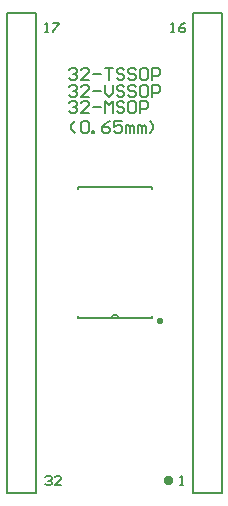
<source format=gto>
G04*
G04 #@! TF.GenerationSoftware,Altium Limited,Altium Designer,24.9.1 (31)*
G04*
G04 Layer_Color=65535*
%FSLAX44Y44*%
%MOMM*%
G71*
G04*
G04 #@! TF.SameCoordinates,21AEE92C-E314-49C0-A966-B7B5AD7E222B*
G04*
G04*
G04 #@! TF.FilePolarity,Positive*
G04*
G01*
G75*
%ADD10C,0.1524*%
%ADD11C,0.2000*%
%ADD12C,0.1500*%
%ADD13C,0.3000*%
%ADD14C,0.5000*%
D10*
X1691513Y404114D02*
G03*
X1685417Y404114I-3048J0D01*
G01*
X1657477D02*
Y405892D01*
X1719453Y513588D02*
Y515366D01*
X1657477D02*
X1719453D01*
X1657477Y513588D02*
Y515366D01*
Y404114D02*
X1685417D01*
X1691513D01*
X1719453D01*
Y405892D01*
D11*
X1596645Y256540D02*
X1621535D01*
X1596645Y662940D02*
X1621535D01*
X1596645Y256540D02*
Y662940D01*
X1621535Y256540D02*
Y662940D01*
X1754125D02*
X1779015D01*
X1754125Y256540D02*
X1779015D01*
Y662940D01*
X1754125Y256540D02*
Y662940D01*
X1649730Y614121D02*
X1651396Y615787D01*
X1654728D01*
X1656395Y614121D01*
Y612454D01*
X1654728Y610788D01*
X1653062D01*
X1654728D01*
X1656395Y609122D01*
Y607456D01*
X1654728Y605790D01*
X1651396D01*
X1649730Y607456D01*
X1666391Y605790D02*
X1659727D01*
X1666391Y612454D01*
Y614121D01*
X1664725Y615787D01*
X1661393D01*
X1659727Y614121D01*
X1669724Y610788D02*
X1676388D01*
X1679720Y615787D02*
X1686385D01*
X1683053D01*
Y605790D01*
X1696382Y614121D02*
X1694716Y615787D01*
X1691383D01*
X1689717Y614121D01*
Y612454D01*
X1691383Y610788D01*
X1694716D01*
X1696382Y609122D01*
Y607456D01*
X1694716Y605790D01*
X1691383D01*
X1689717Y607456D01*
X1706378Y614121D02*
X1704712Y615787D01*
X1701380D01*
X1699714Y614121D01*
Y612454D01*
X1701380Y610788D01*
X1704712D01*
X1706378Y609122D01*
Y607456D01*
X1704712Y605790D01*
X1701380D01*
X1699714Y607456D01*
X1714709Y615787D02*
X1711377D01*
X1709711Y614121D01*
Y607456D01*
X1711377Y605790D01*
X1714709D01*
X1716375Y607456D01*
Y614121D01*
X1714709Y615787D01*
X1719707Y605790D02*
Y615787D01*
X1724706D01*
X1726372Y614121D01*
Y610788D01*
X1724706Y609122D01*
X1719707D01*
X1649730Y586181D02*
X1651396Y587847D01*
X1654728D01*
X1656395Y586181D01*
Y584515D01*
X1654728Y582848D01*
X1653062D01*
X1654728D01*
X1656395Y581182D01*
Y579516D01*
X1654728Y577850D01*
X1651396D01*
X1649730Y579516D01*
X1666391Y577850D02*
X1659727D01*
X1666391Y584515D01*
Y586181D01*
X1664725Y587847D01*
X1661393D01*
X1659727Y586181D01*
X1669724Y582848D02*
X1676388D01*
X1679720Y577850D02*
Y587847D01*
X1683053Y584515D01*
X1686385Y587847D01*
Y577850D01*
X1696382Y586181D02*
X1694716Y587847D01*
X1691383D01*
X1689717Y586181D01*
Y584515D01*
X1691383Y582848D01*
X1694716D01*
X1696382Y581182D01*
Y579516D01*
X1694716Y577850D01*
X1691383D01*
X1689717Y579516D01*
X1704712Y587847D02*
X1701380D01*
X1699714Y586181D01*
Y579516D01*
X1701380Y577850D01*
X1704712D01*
X1706378Y579516D01*
Y586181D01*
X1704712Y587847D01*
X1709711Y577850D02*
Y587847D01*
X1714709D01*
X1716375Y586181D01*
Y582848D01*
X1714709Y581182D01*
X1709711D01*
X1654332Y561340D02*
X1651000Y564672D01*
Y568004D01*
X1654332Y571337D01*
X1659331Y569671D02*
X1660997Y571337D01*
X1664329D01*
X1665995Y569671D01*
Y563006D01*
X1664329Y561340D01*
X1660997D01*
X1659331Y563006D01*
Y569671D01*
X1669327Y561340D02*
Y563006D01*
X1670994D01*
Y561340D01*
X1669327D01*
X1684323Y571337D02*
X1680990Y569671D01*
X1677658Y566338D01*
Y563006D01*
X1679324Y561340D01*
X1682657D01*
X1684323Y563006D01*
Y564672D01*
X1682657Y566338D01*
X1677658D01*
X1694319Y571337D02*
X1687655D01*
Y566338D01*
X1690987Y568004D01*
X1692653D01*
X1694319Y566338D01*
Y563006D01*
X1692653Y561340D01*
X1689321D01*
X1687655Y563006D01*
X1697652Y561340D02*
Y568004D01*
X1699318D01*
X1700984Y566338D01*
Y561340D01*
Y566338D01*
X1702650Y568004D01*
X1704316Y566338D01*
Y561340D01*
X1707648D02*
Y568004D01*
X1709315D01*
X1710981Y566338D01*
Y561340D01*
Y566338D01*
X1712647Y568004D01*
X1714313Y566338D01*
Y561340D01*
X1717645D02*
X1720977Y564672D01*
Y568004D01*
X1717645Y571337D01*
X1649730Y600151D02*
X1651396Y601817D01*
X1654728D01*
X1656395Y600151D01*
Y598484D01*
X1654728Y596818D01*
X1653062D01*
X1654728D01*
X1656395Y595152D01*
Y593486D01*
X1654728Y591820D01*
X1651396D01*
X1649730Y593486D01*
X1666391Y591820D02*
X1659727D01*
X1666391Y598484D01*
Y600151D01*
X1664725Y601817D01*
X1661393D01*
X1659727Y600151D01*
X1669724Y596818D02*
X1676388D01*
X1679720Y601817D02*
Y595152D01*
X1683053Y591820D01*
X1686385Y595152D01*
Y601817D01*
X1696382Y600151D02*
X1694716Y601817D01*
X1691383D01*
X1689717Y600151D01*
Y598484D01*
X1691383Y596818D01*
X1694716D01*
X1696382Y595152D01*
Y593486D01*
X1694716Y591820D01*
X1691383D01*
X1689717Y593486D01*
X1706378Y600151D02*
X1704712Y601817D01*
X1701380D01*
X1699714Y600151D01*
Y598484D01*
X1701380Y596818D01*
X1704712D01*
X1706378Y595152D01*
Y593486D01*
X1704712Y591820D01*
X1701380D01*
X1699714Y593486D01*
X1714709Y601817D02*
X1711377D01*
X1709711Y600151D01*
Y593486D01*
X1711377Y591820D01*
X1714709D01*
X1716375Y593486D01*
Y600151D01*
X1714709Y601817D01*
X1719707Y591820D02*
Y601817D01*
X1724706D01*
X1726372Y600151D01*
Y596818D01*
X1724706Y595152D01*
X1719707D01*
D12*
X1629410Y646430D02*
X1632076D01*
X1630743D01*
Y654427D01*
X1629410Y653094D01*
X1636075Y654427D02*
X1641406D01*
Y653094D01*
X1636075Y647763D01*
Y646430D01*
X1736090D02*
X1738756D01*
X1737423D01*
Y654427D01*
X1736090Y653094D01*
X1748086Y654427D02*
X1745420Y653094D01*
X1742755Y650429D01*
Y647763D01*
X1744087Y646430D01*
X1746753D01*
X1748086Y647763D01*
Y649096D01*
X1746753Y650429D01*
X1742755D01*
X1629410Y269555D02*
X1630743Y270887D01*
X1633409D01*
X1634742Y269555D01*
Y268222D01*
X1633409Y266889D01*
X1632076D01*
X1633409D01*
X1634742Y265556D01*
Y264223D01*
X1633409Y262890D01*
X1630743D01*
X1629410Y264223D01*
X1642739Y262890D02*
X1637407D01*
X1642739Y268222D01*
Y269555D01*
X1641406Y270887D01*
X1638740D01*
X1637407Y269555D01*
X1743710Y262890D02*
X1746376D01*
X1745043D01*
Y270887D01*
X1743710Y269555D01*
D13*
X1725930Y401320D02*
Y402653D01*
X1727263D01*
Y401320D01*
X1725930D01*
D14*
X1732280Y265430D02*
Y267929D01*
X1734779D01*
Y265430D01*
X1732280D01*
M02*

</source>
